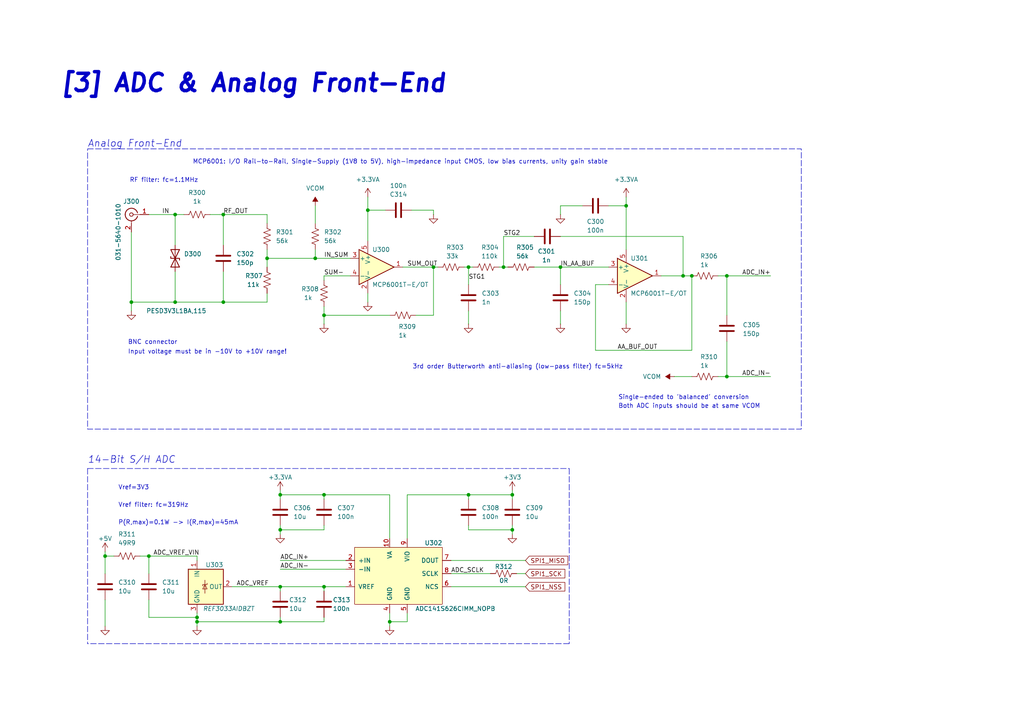
<source format=kicad_sch>
(kicad_sch (version 20250114) (generator "eeschema") (generator_version "9.0")
  (paper "A4")
  (title_block (title "ADC") (date "2025-02-21") (rev "-") (comment 1 "Josue Cavazos Jr."))
  (lib_symbols
    (symbol "+3.3VA_1" (power) (pin_numbers (hide yes)) (pin_names (offset 0) (hide yes))
      (property "Value" "+3.3VA" (at 0 3.556 0))
      (symbol "+3.3VA_1_0_1"
        (polyline (pts (xy -0.762 1.27) (xy 0 2.54)))
        (polyline (pts (xy 0 2.54) (xy 0.762 1.27)))
        (polyline (pts (xy 0 0) (xy 0 2.54)))
      )
      (symbol "+3.3VA_1_1_1"
        (pin power_in line (at 0 0 90) (length 0) (name "~") (number "1"))
      )
    )
    (symbol "Amplifier_Operational:MCP6001-OT" (pin_names (offset 0.127))
      (property "Reference" "U" (at -1.27 6.35 0))
      (property "Value" "MCP6001-OT" (at -1.27 3.81 0))
      (symbol "MCP6001-OT_0_1"
        (polyline (pts (xy -5.08 5.08) (xy 5.08 0) (xy -5.08 -5.08) (xy -5.08 5.08)) (stroke (width 0.254)) (fill (type background)))
        (pin power_in line (at -2.54 7.62 270) (length 3.81) (name "V+") (number "5"))
        (pin power_in line (at -2.54 -7.62 90) (length 3.81) (name "V-") (number "2"))
      )
      (symbol "MCP6001-OT_1_1"
        (pin input line (at -7.62 2.54 0) (length 2.54) (name "+") (number "3"))
        (pin input line (at -7.62 -2.54 0) (length 2.54) (name "-") (number "4"))
        (pin output line (at 7.62 0 180) (length 2.54) (name "~") (number "1"))
      )
    )
    (symbol "Connector:Conn_Coaxial" (pin_names (offset 1.016) (hide yes))
      (property "Reference" "J" (at 0.254 3.048 0))
      (property "Value" "Conn_Coaxial" (at 2.921 0 90))
      (symbol "Conn_Coaxial_0_1"
        (polyline (pts (xy -2.54 0) (xy -0.508 0)))
        (arc (start -1.778 0.508) (mid 0.222 1.8083) (end 1.778 0) (stroke (width 0.254)))
        (arc (start 1.778 0) (mid 0.222 -1.808) (end -1.778 -0.508) (stroke (width 0.254)))
        (circle (center 0 0) (radius 0.508) (stroke (width 0.2032)))
        (polyline (pts (xy 0 -2.54) (xy 0 -1.778)))
      )
      (symbol "Conn_Coaxial_1_1"
        (pin passive line (at -5.08 0 0) (length 2.54) (name "In") (number "1"))
        (pin passive line (at 0 -5.08 90) (length 2.54) (name "Ext") (number "2"))
      )
    )
    (symbol "Device:C" (pin_numbers (hide yes)) (pin_names (offset 0.254))
      (property "Reference" "C" (at 0.635 2.54 0))
      (property "Value" "C" (at 0.635 -2.54 0))
      (symbol "C_0_1"
        (polyline (pts (xy -2.032 0.762) (xy 2.032 0.762)) (stroke (width 0.508)))
        (polyline (pts (xy -2.032 -0.762) (xy 2.032 -0.762)) (stroke (width 0.508)))
      )
      (symbol "C_1_1"
        (pin passive line (at 0 3.81 270) (length 2.794) (name "~") (number "1"))
        (pin passive line (at 0 -3.81 90) (length 2.794) (name "~") (number "2"))
      )
    )
    (symbol "Device:D_TVS" (pin_numbers (hide yes)) (pin_names (offset 1.016) (hide yes))
      (property "Reference" "D" (at 0 2.54 0))
      (property "Value" "D_TVS" (at 0 -2.54 0))
      (symbol "D_TVS_0_1"
        (polyline (pts (xy -2.54 1.27) (xy -2.54 -1.27) (xy 2.54 1.27) (xy 2.54 -1.27) (xy -2.54 1.27)) (stroke (width 0.254)))
        (polyline (pts (xy 0.508 1.27) (xy 0 1.27) (xy 0 -1.27) (xy -0.508 -1.27)) (stroke (width 0.254)))
        (polyline (pts (xy 1.27 0) (xy -1.27 0)))
      )
      (symbol "D_TVS_1_1"
        (pin passive line (at -3.81 0 0) (length 2.54) (name "A1") (number "1"))
        (pin passive line (at 3.81 0 180) (length 2.54) (name "A2") (number "2"))
      )
    )
    (symbol "Device:R_US" (pin_numbers (hide yes)) (pin_names (offset 0))
      (property "Reference" "R" (at 2.54 0 90))
      (property "Value" "R_US" (at -2.54 0 90))
      (symbol "R_US_0_1"
        (polyline (pts (xy 0 2.286) (xy 0 2.54)))
        (polyline (pts (xy 0 2.286) (xy 1.016 1.905) (xy 0 1.524) (xy -1.016 1.143) (xy 0 0.762)))
        (polyline (pts (xy 0 0.762) (xy 1.016 0.381) (xy 0 0) (xy -1.016 -0.381) (xy 0 -0.762)))
        (polyline (pts (xy 0 -0.762) (xy 1.016 -1.143) (xy 0 -1.524) (xy -1.016 -1.905) (xy 0 -2.286)))
        (polyline (pts (xy 0 -2.286) (xy 0 -2.54)))
      )
      (symbol "R_US_1_1"
        (pin passive line (at 0 3.81 270) (length 1.27) (name "~") (number "1"))
        (pin passive line (at 0 -3.81 90) (length 1.27) (name "~") (number "2"))
      )
    )
    (symbol "GND_1" (power) (pin_numbers (hide yes)) (pin_names (offset 0) (hide yes))
      (property "Value" "GND" (at 0 -3.81 0))
      (symbol "GND_1_0_1"
        (polyline (pts (xy 0 0) (xy 0 -1.27) (xy 1.27 -1.27) (xy 0 -2.54) (xy -1.27 -1.27) (xy 0 -1.27)))
      )
      (symbol "GND_1_1_1"
        (pin power_in line (at 0 0 270) (length 0) (name "~") (number "1"))
      )
    )
    (symbol "PhilsLab-KiCad-Symbols:ADC141S626CIMM_NOPB" (pin_names (offset 1.016))
      (property "Reference" "U" (at 11.43 10.16 0))
      (property "Value" "PhilsLab-KiCad-Symbols_ADC141S626CIMM_NOPB" (at 16.51 -8.89 0))
      (symbol "ADC141S626CIMM_NOPB_0_0"
        (pin input line (at -15.24 5.08 0) (length 2.54) (name "+IN") (number "2"))
        (pin input line (at -15.24 2.54 0) (length 2.54) (name "-IN") (number "3"))
        (pin input line (at -15.24 -2.54 0) (length 2.54) (name "VREF") (number "1"))
        (pin power_in line (at -2.54 11.43 270) (length 2.54) (name "VA") (number "10"))
        (pin power_in line (at -2.54 -10.16 90) (length 2.54) (name "GND") (number "4"))
        (pin power_in line (at 2.54 11.43 270) (length 2.54) (name "VIO") (number "9"))
        (pin power_in line (at 2.54 -10.16 90) (length 2.54) (name "GND") (number "5"))
        (pin output line (at 15.24 5.08 180) (length 2.54) (name "DOUT") (number "7"))
        (pin input line (at 15.24 1.27 180) (length 2.54) (name "SCLK") (number "8"))
        (pin input line (at 15.24 -2.54 180) (length 2.54) (name "NCS") (number "6"))
      )
      (symbol "ADC141S626CIMM_NOPB_0_1"
        (rectangle (start -12.7 8.89) (end 12.7 -7.62) (fill (type background)))
      )
    )
    (symbol "Reference_Voltage:REF3033" (pin_names (offset 0.254))
      (property "Reference" "U" (at 0 6.35 0))
      (property "Value" "REF3033" (at 2.54 -6.35 0))
      (symbol "REF3033_0_1"
        (rectangle (start -5.08 5.08) (end 5.08 -5.08) (stroke (width 0.254)) (fill (type background)))
        (polyline (pts (xy -0.889 -0.635) (xy 0.381 -0.635) (xy -0.254 0.635) (xy -0.889 -0.635)))
        (polyline (pts (xy -0.254 1.905) (xy -0.254 -1.905)))
        (polyline (pts (xy 0.381 1.016) (xy 0.381 0.635) (xy -0.889 0.635) (xy -0.889 0.254)))
      )
      (symbol "REF3033_1_1"
        (pin power_in line (at -2.54 7.62 270) (length 2.54) (name "IN") (number "1"))
        (pin power_in line (at -2.54 -7.62 90) (length 2.54) (name "GND") (number "3"))
        (pin power_out line (at 7.62 0 180) (length 2.54) (name "OUT") (number "2"))
      )
    )
    (symbol "power:+3.3VA" (power) (pin_names (offset 0))
      (property "Value" "+3.3VA" (at 0 3.556 0))
      (symbol "+3.3VA_0_1"
        (polyline (pts (xy -0.762 1.27) (xy 0 2.54)))
        (polyline (pts (xy 0 2.54) (xy 0.762 1.27)))
        (polyline (pts (xy 0 0) (xy 0 2.54)))
      )
      (symbol "+3.3VA_1_1"
        (pin power_in line (at 0 0 90) (length 0) (hide yes) (name "+3.3VA") (number "1"))
      )
    )
    (symbol "power:+3V3" (power) (pin_names (offset 0))
      (property "Value" "+3V3" (at 0 3.556 0))
      (symbol "+3V3_0_1"
        (polyline (pts (xy -0.762 1.27) (xy 0 2.54)))
        (polyline (pts (xy 0 2.54) (xy 0.762 1.27)))
        (polyline (pts (xy 0 0) (xy 0 2.54)))
      )
      (symbol "+3V3_1_1"
        (pin power_in line (at 0 0 90) (length 0) (hide yes) (name "+3V3") (number "1"))
      )
    )
    (symbol "power:+5V" (power) (pin_names (offset 0))
      (property "Value" "+5V" (at 0 3.556 0))
      (symbol "+5V_0_1"
        (polyline (pts (xy -0.762 1.27) (xy 0 2.54)))
        (polyline (pts (xy 0 2.54) (xy 0.762 1.27)))
        (polyline (pts (xy 0 0) (xy 0 2.54)))
      )
      (symbol "+5V_1_1"
        (pin power_in line (at 0 0 90) (length 0) (hide yes) (name "+5V") (number "1"))
      )
    )
    (symbol "power:GND" (power) (pin_names (offset 0))
      (property "Value" "GND" (at 0 -3.81 0))
      (symbol "GND_0_1"
        (polyline (pts (xy 0 0) (xy 0 -1.27) (xy 1.27 -1.27) (xy 0 -2.54) (xy -1.27 -1.27) (xy 0 -1.27)))
      )
      (symbol "GND_1_1"
        (pin power_in line (at 0 0 270) (length 0) (hide yes) (name "GND") (number "1"))
      )
    )
    (symbol "power:VCOM" (power) (pin_numbers (hide yes)) (pin_names (offset 0) (hide yes))
      (property "Value" "VCOM" (at 0 3.556 0))
      (symbol "VCOM_0_1"
        (polyline (pts (xy 0 0) (xy 0 2.54)))
        (polyline (pts (xy 0.762 1.27) (xy -0.762 1.27) (xy 0 2.54) (xy 0.762 1.27)) (fill (type outline)))
      )
      (symbol "VCOM_1_1"
        (pin power_in line (at 0 0 90) (length 0) (name "~") (number "1"))
      )
    )
  )
  (rectangle (start 25.4 43.18) (end 232.41 124.46) (stroke (width 0) (type dash)))
  (text "[3] ADC & Analog Front-End" (at 17.272 27.178 0) (effects (font (size 5.0038 5.0038) (thickness 1.0008) (bold yes) (italic yes)) (justify left bottom)))
  (text "RF filter: fc=1.1MHz" (at 37.592 53.086 0) (effects (font (size 1.27 1.27)) (justify left bottom)))
  (text "MCP6001: I/O Rail-to-Rail, Single-Supply (1V8 to 5V), high-impedance input CMOS, low bias currents, unity gain stable" (at 55.88 47.752 0) (effects (font (size 1.27 1.27)) (justify left bottom)))
  (text "3rd order Butterworth anti-aliasing (low-pass filter) fc=5kHz" (at 119.634 107.188 0) (effects (font (size 1.27 1.27)) (justify left bottom)))
  (text "P(R,max)=0.1W -> I(R,max)=45mA" (at 34.29 152.4 0) (effects (font (size 1.27 1.27)) (justify left bottom)))
  (text "Input voltage must be in -10V to +10V range!" (at 37.084 102.87 0) (effects (font (size 1.27 1.27)) (justify left bottom)))
  (text "Vref=3V3" (at 34.29 142.24 0) (effects (font (size 1.27 1.27)) (justify left bottom)))
  (text "Single-ended to 'balanced' conversion" (at 179.324 116.078 0) (effects (font (size 1.27 1.27)) (justify left bottom)))
  (text "Analog Front-End" (at 25.4 42.926 0) (effects (font (size 2.0066 2.0066) (italic yes)) (justify left bottom)))
  (text "Both ADC inputs should be at same VCOM" (at 179.324 118.618 0) (effects (font (size 1.27 1.27)) (justify left bottom)))
  (text "BNC connector" (at 37.084 100.076 0) (effects (font (size 1.27 1.27)) (justify left bottom)))
  (text "Vref filter: fc=319Hz" (at 34.29 147.32 0) (effects (font (size 1.27 1.27)) (justify left bottom)))
  (text "14-Bit S/H ADC" (at 25.4 134.62 0) (effects (font (size 2.0066 2.0066) (italic yes)) (justify left bottom)))
  (junction (at 57.15 179.07))
  (junction (at 125.73 77.47))
  (junction (at 38.1 87.63))
  (junction (at 81.28 143.51))
  (junction (at 81.28 180.34))
  (junction (at 57.15 180.34))
  (junction (at 146.05 77.47))
  (junction (at 93.98 170.18))
  (junction (at 43.18 161.29))
  (junction (at 148.59 153.67))
  (junction (at 181.61 59.69))
  (junction (at 81.28 170.18))
  (junction (at 135.89 77.47))
  (junction (at 93.98 91.44))
  (junction (at 64.77 87.63))
  (junction (at 50.8 87.63))
  (junction (at 162.56 77.47))
  (junction (at 106.68 60.96))
  (junction (at 198.12 80.01))
  (junction (at 30.48 161.29))
  (junction (at 91.44 74.93))
  (junction (at 50.8 62.23))
  (junction (at 81.28 153.67))
  (junction (at 93.98 143.51))
  (junction (at 113.03 180.34))
  (junction (at 135.89 143.51))
  (junction (at 210.82 109.22))
  (junction (at 77.47 74.93))
  (junction (at 200.66 80.01))
  (junction (at 64.77 62.23))
  (junction (at 210.82 80.01))
  (junction (at 148.59 143.51))
  (wire (pts (xy 81.28 165.1) (xy 100.33 165.1)))
  (wire (pts (xy 38.1 67.31) (xy 38.1 87.63)))
  (wire (pts (xy 148.59 143.51) (xy 135.89 143.51)))
  (wire (pts (xy 135.89 77.47) (xy 137.16 77.47)))
  (wire (pts (xy 93.98 80.01) (xy 101.6 80.01)))
  (wire (pts (xy 200.66 80.01) (xy 198.12 80.01)))
  (wire (pts (xy 125.73 60.96) (xy 119.38 60.96)))
  (wire (pts (xy 134.62 77.47) (xy 135.89 77.47)))
  (wire (pts (xy 181.61 59.69) (xy 181.61 72.39)))
  (wire (pts (xy 81.28 154.94) (xy 81.28 153.67)))
  (wire (pts (xy 81.28 153.67) (xy 93.98 153.67)))
  (wire (pts (xy 93.98 144.78) (xy 93.98 143.51)))
  (wire (pts (xy 148.59 153.67) (xy 148.59 152.4)))
  (wire (pts (xy 91.44 59.69) (xy 91.44 64.77)))
  (wire (pts (xy 81.28 170.18) (xy 93.98 170.18)))
  (wire (pts (xy 38.1 87.63) (xy 50.8 87.63)))
  (wire (pts (xy 50.8 78.74) (xy 50.8 87.63)))
  (wire (pts (xy 100.33 162.56) (xy 81.28 162.56)))
  (wire (pts (xy 64.77 78.74) (xy 64.77 87.63)))
  (wire (pts (xy 43.18 161.29) (xy 57.15 161.29)))
  (wire (pts (xy 106.68 57.15) (xy 106.68 60.96)))
  (wire (pts (xy 93.98 81.28) (xy 93.98 80.01)))
  (wire (pts (xy 57.15 161.29) (xy 57.15 162.56)))
  (wire (pts (xy 148.59 144.78) (xy 148.59 143.51)))
  (wire (pts (xy 81.28 143.51) (xy 81.28 142.24)))
  (wire (pts (xy 148.59 153.67) (xy 135.89 153.67)))
  (wire (pts (xy 125.73 91.44) (xy 125.73 77.47)))
  (wire (pts (xy 135.89 144.78) (xy 135.89 143.51)))
  (wire (pts (xy 130.81 162.56) (xy 152.4 162.56)))
  (wire (pts (xy 125.73 62.23) (xy 125.73 60.96)))
  (wire (pts (xy 118.11 143.51) (xy 118.11 156.21)))
  (wire (pts (xy 30.48 160.02) (xy 30.48 161.29)))
  (wire (pts (xy 50.8 87.63) (xy 64.77 87.63)))
  (polyline (pts (xy 165.1 186.69) (xy 25.4 186.69)) (stroke (width 0) (type dash)))
  (wire (pts (xy 64.77 71.12) (xy 64.77 62.23)))
  (wire (pts (xy 77.47 72.39) (xy 77.47 74.93)))
  (wire (pts (xy 176.53 59.69) (xy 181.61 59.69)))
  (wire (pts (xy 43.18 179.07) (xy 57.15 179.07)))
  (wire (pts (xy 118.11 177.8) (xy 118.11 180.34)))
  (wire (pts (xy 57.15 180.34) (xy 57.15 181.61)))
  (wire (pts (xy 81.28 180.34) (xy 81.28 179.07)))
  (polyline (pts (xy 25.4 135.89) (xy 165.1 135.89)) (stroke (width 0) (type dash)))
  (wire (pts (xy 57.15 179.07) (xy 57.15 180.34)))
  (wire (pts (xy 200.66 101.6) (xy 200.66 80.01)))
  (wire (pts (xy 142.24 166.37) (xy 130.81 166.37)))
  (wire (pts (xy 146.05 77.47) (xy 147.32 77.47)))
  (wire (pts (xy 60.96 62.23) (xy 64.77 62.23)))
  (wire (pts (xy 162.56 77.47) (xy 176.53 77.47)))
  (wire (pts (xy 162.56 62.23) (xy 162.56 59.69)))
  (wire (pts (xy 113.03 177.8) (xy 113.03 180.34)))
  (wire (pts (xy 144.78 77.47) (xy 146.05 77.47)))
  (wire (pts (xy 77.47 74.93) (xy 91.44 74.93)))
  (wire (pts (xy 125.73 77.47) (xy 127 77.47)))
  (wire (pts (xy 135.89 90.17) (xy 135.89 93.98)))
  (wire (pts (xy 162.56 68.58) (xy 198.12 68.58)))
  (wire (pts (xy 91.44 74.93) (xy 101.6 74.93)))
  (wire (pts (xy 50.8 71.12) (xy 50.8 62.23)))
  (wire (pts (xy 43.18 166.37) (xy 43.18 161.29)))
  (wire (pts (xy 40.64 161.29) (xy 43.18 161.29)))
  (wire (pts (xy 81.28 153.67) (xy 81.28 152.4)))
  (wire (pts (xy 210.82 91.44) (xy 210.82 80.01)))
  (wire (pts (xy 198.12 68.58) (xy 198.12 80.01)))
  (wire (pts (xy 106.68 85.09) (xy 106.68 87.63)))
  (wire (pts (xy 30.48 166.37) (xy 30.48 161.29)))
  (wire (pts (xy 81.28 180.34) (xy 93.98 180.34)))
  (wire (pts (xy 81.28 144.78) (xy 81.28 143.51)))
  (wire (pts (xy 181.61 57.15) (xy 181.61 59.69)))
  (wire (pts (xy 116.84 77.47) (xy 125.73 77.47)))
  (wire (pts (xy 111.76 60.96) (xy 106.68 60.96)))
  (wire (pts (xy 135.89 143.51) (xy 118.11 143.51)))
  (wire (pts (xy 43.18 62.23) (xy 50.8 62.23)))
  (wire (pts (xy 210.82 80.01) (xy 208.28 80.01)))
  (wire (pts (xy 135.89 153.67) (xy 135.89 152.4)))
  (wire (pts (xy 113.03 180.34) (xy 118.11 180.34)))
  (wire (pts (xy 113.03 181.61) (xy 113.03 180.34)))
  (wire (pts (xy 81.28 180.34) (xy 57.15 180.34)))
  (wire (pts (xy 38.1 90.17) (xy 38.1 87.63)))
  (wire (pts (xy 162.56 77.47) (xy 162.56 82.55)))
  (wire (pts (xy 67.31 170.18) (xy 81.28 170.18)))
  (wire (pts (xy 64.77 62.23) (xy 77.47 62.23)))
  (wire (pts (xy 120.65 91.44) (xy 125.73 91.44)))
  (wire (pts (xy 146.05 68.58) (xy 146.05 77.47)))
  (wire (pts (xy 195.58 109.22) (xy 200.66 109.22)))
  (wire (pts (xy 93.98 170.18) (xy 100.33 170.18)))
  (wire (pts (xy 106.68 60.96) (xy 106.68 69.85)))
  (wire (pts (xy 93.98 153.67) (xy 93.98 152.4)))
  (wire (pts (xy 172.72 101.6) (xy 200.66 101.6)))
  (wire (pts (xy 91.44 72.39) (xy 91.44 74.93)))
  (wire (pts (xy 93.98 180.34) (xy 93.98 179.07)))
  (wire (pts (xy 93.98 91.44) (xy 113.03 91.44)))
  (wire (pts (xy 210.82 80.01) (xy 223.52 80.01)))
  (wire (pts (xy 181.61 87.63) (xy 181.61 93.98)))
  (wire (pts (xy 64.77 87.63) (xy 77.47 87.63)))
  (wire (pts (xy 93.98 143.51) (xy 113.03 143.51)))
  (wire (pts (xy 152.4 166.37) (xy 149.86 166.37)))
  (wire (pts (xy 50.8 62.23) (xy 53.34 62.23)))
  (wire (pts (xy 154.94 68.58) (xy 146.05 68.58)))
  (wire (pts (xy 81.28 143.51) (xy 93.98 143.51)))
  (wire (pts (xy 93.98 171.45) (xy 93.98 170.18)))
  (wire (pts (xy 30.48 181.61) (xy 30.48 173.99)))
  (wire (pts (xy 81.28 171.45) (xy 81.28 170.18)))
  (wire (pts (xy 172.72 82.55) (xy 172.72 101.6)))
  (wire (pts (xy 210.82 99.06) (xy 210.82 109.22)))
  (wire (pts (xy 77.47 85.09) (xy 77.47 87.63)))
  (wire (pts (xy 43.18 173.99) (xy 43.18 179.07)))
  (wire (pts (xy 154.94 77.47) (xy 162.56 77.47)))
  (wire (pts (xy 135.89 77.47) (xy 135.89 82.55)))
  (wire (pts (xy 130.81 170.18) (xy 152.4 170.18)))
  (wire (pts (xy 208.28 109.22) (xy 210.82 109.22)))
  (polyline (pts (xy 165.1 135.89) (xy 165.1 186.69)) (stroke (width 0) (type dash)))
  (wire (pts (xy 93.98 88.9) (xy 93.98 91.44)))
  (wire (pts (xy 77.47 74.93) (xy 77.47 77.47)))
  (wire (pts (xy 30.48 161.29) (xy 33.02 161.29)))
  (wire (pts (xy 148.59 142.24) (xy 148.59 143.51)))
  (polyline (pts (xy 25.4 135.89) (xy 25.4 186.69)) (stroke (width 0) (type dash)))
  (wire (pts (xy 113.03 143.51) (xy 113.03 156.21)))
  (wire (pts (xy 77.47 62.23) (xy 77.47 64.77)))
  (wire (pts (xy 162.56 90.17) (xy 162.56 93.98)))
  (wire (pts (xy 210.82 109.22) (xy 223.52 109.22)))
  (wire (pts (xy 162.56 59.69) (xy 168.91 59.69)))
  (wire (pts (xy 148.59 154.94) (xy 148.59 153.67)))
  (wire (pts (xy 198.12 80.01) (xy 191.77 80.01)))
  (wire (pts (xy 172.72 82.55) (xy 176.53 82.55)))
  (wire (pts (xy 93.98 91.44) (xy 93.98 93.98)))
  (wire (pts (xy 57.15 177.8) (xy 57.15 179.07)))
  (label "SUM-" (at 93.98 80.01 0))
  (label "IN_SUM" (at 93.98 74.93 0))
  (label "ADC_VREF" (at 68.58 170.18 0))
  (label "ADC_IN+" (at 81.28 162.56 0))
  (label "STG1" (at 135.89 81.28 0))
  (label "AA_BUF_OUT" (at 179.07 101.6 0))
  (label "IN_AA_BUF" (at 162.56 77.47 0))
  (label "SUM_OUT" (at 118.11 77.47 0))
  (label "ADC_IN-" (at 81.28 165.1 0))
  (label "RF_OUT" (at 64.77 62.23 0))
  (label "ADC_VREF_VIN" (at 44.45 161.29 0))
  (label "ADC_SCLK" (at 130.81 166.37 0))
  (label "IN" (at 46.99 62.23 0))
  (label "STG2" (at 146.05 68.58 0))
  (label "ADC_IN-" (at 223.52 109.22 180))
  (label "ADC_IN+" (at 223.52 80.01 180))
  (global_label "SPI1_SCK" (shape input) (at 152.4 166.37 0) (property "Intersheetrefs" "${INTERSHEET_REFS}" (effects (hide yes))))
  (global_label "SPI1_NSS" (shape input) (at 152.4 170.18 0) (property "Intersheetrefs" "${INTERSHEET_REFS}" (effects (hide yes))))
  (global_label "SPI1_MISO" (shape input) (at 152.4 162.56 0) (property "Intersheetrefs" "${INTERSHEET_REFS}" (effects (hide yes))))
  (symbol (lib_id "PhilsLab-KiCad-Symbols:ADC141S626CIMM_NOPB") (at 115.57 167.64 0) (unit 1)
    (property "Reference" "U302" (at 125.73 157.48 0))
    (property "Value" "ADC141S626CIMM_NOPB" (at 132.08 176.53 0))
    (property "Footprint" "ADC:SOP50P490X110-10N" (effects (hide yes)))
  )
  (symbol (lib_id "power:+3V3") (at 148.59 142.24 0) (unit 1)
    (property "Reference" "#PWR0312" (effects (hide yes)))
    (property "Value" "+3V3" (at 148.59 138.43 0))
  )
  (symbol (lib_id "Device:C") (at 135.89 148.59 0) (unit 1)
    (property "Reference" "C308" (at 139.7 147.32 0) (effects (justify left)))
    (property "Value" "100n" (at 139.7 149.86 0) (effects (justify left)))
    (property "Footprint" "Capacitor_SMD:C_0603_1608Metric_Pad1.08x0.95mm_HandSolder" (effects (hide yes)))
  )
  (symbol (lib_id "power:GND") (at 113.03 181.61 0) (unit 1)
    (property "Reference" "#PWR0318" (effects (hide yes)))
    (property "Value" "GND" (effects (hide yes)))
  )
  (symbol (lib_id "Device:C") (at 148.59 148.59 0) (unit 1)
    (property "Reference" "C309" (at 152.4 147.32 0) (effects (justify left)))
    (property "Value" "10u" (at 152.4 149.86 0) (effects (justify left)))
    (property "Footprint" "Capacitor_SMD:C_0603_1608Metric_Pad1.08x0.95mm_HandSolder" (effects (hide yes)))
  )
  (symbol (lib_id "power:GND") (at 148.59 154.94 0) (unit 1)
    (property "Reference" "#PWR0314" (effects (hide yes)))
    (property "Value" "GND" (effects (hide yes)))
  )
  (symbol (lib_id "Device:C") (at 93.98 148.59 0) (unit 1)
    (property "Reference" "C307" (at 97.79 147.32 0) (effects (justify left)))
    (property "Value" "100n" (at 97.79 149.86 0) (effects (justify left)))
    (property "Footprint" "Capacitor_SMD:C_0603_1608Metric_Pad1.08x0.95mm_HandSolder" (effects (hide yes)))
  )
  (symbol (lib_id "Device:C") (at 81.28 148.59 0) (unit 1)
    (property "Reference" "C306" (at 85.09 147.32 0) (effects (justify left)))
    (property "Value" "10u" (at 85.09 149.86 0) (effects (justify left)))
    (property "Footprint" "Capacitor_SMD:C_0603_1608Metric_Pad1.08x0.95mm_HandSolder" (effects (hide yes)))
  )
  (symbol (lib_id "power:GND") (at 81.28 154.94 0) (unit 1)
    (property "Reference" "#PWR0313" (effects (hide yes)))
    (property "Value" "GND" (effects (hide yes)))
  )
  (symbol (lib_id "Device:C") (at 93.98 175.26 0) (unit 1)
    (property "Reference" "C313" (at 96.52 173.99 0) (effects (justify left)))
    (property "Value" "100n" (at 96.52 176.53 0) (effects (justify left)))
    (property "Footprint" "Capacitor_SMD:C_0603_1608Metric_Pad1.08x0.95mm_HandSolder" (effects (hide yes)))
  )
  (symbol (lib_id "Device:C") (at 81.28 175.26 0) (unit 1)
    (property "Reference" "C312" (at 83.82 173.99 0) (effects (justify left)))
    (property "Value" "10u" (at 83.82 176.53 0) (effects (justify left)))
    (property "Footprint" "Capacitor_SMD:C_0603_1608Metric_Pad1.08x0.95mm_HandSolder" (effects (hide yes)))
  )
  (symbol (lib_id "power:GND") (at 57.15 181.61 0) (unit 1)
    (property "Reference" "#PWR0317" (effects (hide yes)))
    (property "Value" "GND" (effects (hide yes)))
  )
  (symbol (lib_id "Reference_Voltage:REF3033") (at 59.69 170.18 0) (unit 1)
    (property "Reference" "U303" (at 64.77 163.83 0) (effects (justify right)))
    (property "Value" "REF3033AIDBZT" (at 73.66 176.53 0) (effects (font (italic yes)) (justify right)))
    (property "Footprint" "Package_TO_SOT_SMD:SOT-23" (effects (hide yes)))
    (property "Datasheet" "http://www.ti.com/lit/ds/symlink/ref3033.pdf" (effects (hide yes)))
  )
  (symbol (lib_id "Device:C") (at 43.18 170.18 0) (unit 1)
    (property "Reference" "C311" (at 46.99 168.91 0) (effects (justify left)))
    (property "Value" "10u" (at 46.99 171.45 0) (effects (justify left)))
    (property "Footprint" "Capacitor_SMD:C_0603_1608Metric_Pad1.08x0.95mm_HandSolder" (effects (hide yes)))
  )
  (symbol (lib_id "Device:C") (at 30.48 170.18 0) (unit 1)
    (property "Reference" "C310" (at 34.29 168.91 0) (effects (justify left)))
    (property "Value" "10u" (at 34.29 171.45 0) (effects (justify left)))
    (property "Footprint" "Capacitor_SMD:C_0603_1608Metric_Pad1.08x0.95mm_HandSolder" (effects (hide yes)))
  )
  (symbol (lib_id "power:GND") (at 30.48 181.61 0) (unit 1)
    (property "Reference" "#PWR0316" (effects (hide yes)))
    (property "Value" "GND" (effects (hide yes)))
  )
  (symbol (lib_id "power:+5V") (at 30.48 160.02 0) (unit 1)
    (property "Reference" "#PWR0315" (effects (hide yes)))
    (property "Value" "+5V" (at 30.48 156.21 0))
  )
  (symbol (lib_id "power:+3.3VA") (at 81.28 142.24 0) (unit 1)
    (property "Reference" "#PWR0311" (effects (hide yes)))
    (property "Value" "+3.3VA" (at 81.28 138.43 0))
  )
  (symbol (lib_id "Device:R_US") (at 151.13 77.47 270) (unit 1)
    (property "Reference" "R305" (at 149.733 71.755 90) (effects (justify left)))
    (property "Value" "56k" (at 149.733 74.295 90) (effects (justify left)))
    (property "Footprint" "Resistor_SMD:R_0603_1608Metric_Pad0.98x0.95mm_HandSolder" (effects (hide yes)))
    (property "Description" "Resistor, US symbol" (effects (hide yes)))
  )
  (symbol (lib_name "GND_1") (lib_id "power:GND") (at 93.98 93.98 0) (unit 1)
    (property "Reference" "#PWR0306" (effects (hide yes)))
    (property "Value" "GND" (effects (hide yes)))
    (property "Description" "Power symbol creates a global label with name \"GND\" , ground" (effects (hide yes)))
  )
  (symbol (lib_name "GND_1") (lib_id "power:GND") (at 162.56 93.98 0) (unit 1)
    (property "Reference" "#PWR0308" (effects (hide yes)))
    (property "Value" "GND" (effects (hide yes)))
    (property "Description" "Power symbol creates a global label with name \"GND\" , ground" (effects (hide yes)))
  )
  (symbol (lib_id "Device:R_US") (at 140.97 77.47 270) (unit 1)
    (property "Reference" "R304" (at 139.573 71.755 90) (effects (justify left)))
    (property "Value" "110k" (at 139.573 74.295 90) (effects (justify left)))
    (property "Footprint" "Resistor_SMD:R_0603_1608Metric_Pad0.98x0.95mm_HandSolder" (effects (hide yes)))
    (property "Description" "Resistor, US symbol" (effects (hide yes)))
  )
  (symbol (lib_id "Device:R_US") (at 204.47 80.01 270) (unit 1)
    (property "Reference" "R306" (at 203.073 74.295 90) (effects (justify left)))
    (property "Value" "1k" (at 203.073 76.835 90) (effects (justify left)))
    (property "Footprint" "Resistor_SMD:R_0603_1608Metric_Pad0.98x0.95mm_HandSolder" (effects (hide yes)))
    (property "Description" "Resistor, US symbol" (effects (hide yes)))
  )
  (symbol (lib_name "GND_1") (lib_id "power:GND") (at 181.61 93.98 0) (unit 1)
    (property "Reference" "#PWR0309" (effects (hide yes)))
    (property "Value" "GND" (effects (hide yes)))
    (property "Description" "Power symbol creates a global label with name \"GND\" , ground" (effects (hide yes)))
  )
  (symbol (lib_id "Device:R_US") (at 93.98 85.09 0) (unit 1)
    (property "Reference" "R308" (at 87.376 83.82 0) (effects (justify left)))
    (property "Value" "1k" (at 88.138 86.36 0) (effects (justify left)))
    (property "Footprint" "Resistor_SMD:R_0603_1608Metric_Pad0.98x0.95mm_HandSolder" (effects (hide yes)))
    (property "Description" "Resistor, US symbol" (effects (hide yes)))
  )
  (symbol (lib_id "Device:C") (at 210.82 95.25 0) (unit 1)
    (property "Reference" "C305" (at 215.392 94.234 0) (effects (justify left)))
    (property "Value" "150p" (at 215.392 96.774 0) (effects (justify left)))
    (property "Footprint" "Capacitor_SMD:C_0402_1005Metric_Pad0.74x0.62mm_HandSolder" (effects (hide yes)))
    (property "Description" "Unpolarized capacitor" (effects (hide yes)))
  )
  (symbol (lib_id "Device:C") (at 162.56 86.36 0) (unit 1)
    (property "Reference" "C304" (at 166.37 85.0899 0) (effects (justify left)))
    (property "Value" "150p" (at 166.37 87.6299 0) (effects (justify left)))
    (property "Footprint" "Capacitor_SMD:C_0402_1005Metric_Pad0.74x0.62mm_HandSolder" (effects (hide yes)))
    (property "Description" "Unpolarized capacitor" (effects (hide yes)))
  )
  (symbol (lib_name "GND_1") (lib_id "power:GND") (at 125.73 62.23 0) (unit 1)
    (property "Reference" "#PWR0319" (effects (hide yes)))
    (property "Value" "GND" (effects (hide yes)))
    (property "Description" "Power symbol creates a global label with name \"GND\" , ground" (effects (hide yes)))
  )
  (symbol (lib_id "Device:R_US") (at 91.44 68.58 0) (unit 1)
    (property "Reference" "R302" (at 93.98 67.3099 0) (effects (justify left)))
    (property "Value" "56k" (at 93.98 69.8499 0) (effects (justify left)))
    (property "Footprint" "Resistor_SMD:R_0603_1608Metric_Pad0.98x0.95mm_HandSolder" (effects (hide yes)))
    (property "Description" "Resistor, US symbol" (effects (hide yes)))
  )
  (symbol (lib_id "power:VCOM") (at 91.44 59.69 0) (unit 1)
    (property "Reference" "#PWR0302" (effects (hide yes)))
    (property "Value" "VCOM" (at 91.44 54.61 0))
    (property "Description" "Power symbol creates a global label with name \"VCOM\"" (effects (hide yes)))
  )
  (symbol (lib_id "Device:C") (at 115.57 60.96 90) (unit 1)
    (property "Reference" "C314" (at 115.57 56.388 90))
    (property "Value" "100n" (at 115.57 53.848 90))
    (property "Footprint" "Capacitor_SMD:C_0603_1608Metric_Pad1.08x0.95mm_HandSolder" (effects (hide yes)))
    (property "Description" "Unpolarized capacitor" (effects (hide yes)))
  )
  (symbol (lib_id "Device:R_US") (at 116.84 91.44 270) (unit 1)
    (property "Reference" "R309" (at 115.57 94.742 90) (effects (justify left)))
    (property "Value" "1k" (at 115.57 97.282 90) (effects (justify left)))
    (property "Footprint" "Resistor_SMD:R_0603_1608Metric_Pad0.98x0.95mm_HandSolder" (effects (hide yes)))
    (property "Description" "Resistor, US symbol" (effects (hide yes)))
  )
  (symbol (lib_id "Device:C") (at 158.75 68.58 90) (unit 1)
    (property "Reference" "C301" (at 158.496 72.898 90))
    (property "Value" "1n" (at 158.496 75.438 90))
    (property "Footprint" "Capacitor_SMD:C_0402_1005Metric_Pad0.74x0.62mm_HandSolder" (effects (hide yes)))
    (property "Description" "Unpolarized capacitor" (effects (hide yes)))
  )
  (symbol (lib_name "GND_1") (lib_id "power:GND") (at 106.68 87.63 0) (unit 1)
    (property "Reference" "#PWR0304" (effects (hide yes)))
    (property "Value" "GND" (effects (hide yes)))
    (property "Description" "Power symbol creates a global label with name \"GND\" , ground" (effects (hide yes)))
  )
  (symbol (lib_id "Device:R_US") (at 77.47 81.28 0) (unit 1)
    (property "Reference" "R307" (at 71.12 80.01 0) (effects (justify left)))
    (property "Value" "11k" (at 71.628 82.55 0) (effects (justify left)))
    (property "Footprint" "Resistor_SMD:R_0603_1608Metric_Pad0.98x0.95mm_HandSolder" (effects (hide yes)))
    (property "Description" "Resistor, US symbol" (effects (hide yes)))
  )
  (symbol (lib_id "Device:D_TVS") (at 50.8 74.93 270) (unit 1)
    (property "Reference" "D300" (at 53.34 73.66 90) (effects (justify left)))
    (property "Value" "PESD3V3L1BA,115" (at 42.418 90.17 90) (effects (justify left)))
    (property "Footprint" "Diode_SMD:D_SOD-323" (effects (hide yes)))
  )
  (symbol (lib_id "Device:R_US") (at 146.05 166.37 270) (unit 1)
    (property "Reference" "R312" (at 143.51 164.338 90) (effects (justify left)))
    (property "Value" "0R" (at 144.78 168.402 90) (effects (justify left)))
    (property "Footprint" "Resistor_SMD:R_0603_1608Metric_Pad0.98x0.95mm_HandSolder" (effects (hide yes)))
    (property "Description" "Resistor, US symbol" (effects (hide yes)))
  )
  (symbol (lib_id "Device:C") (at 64.77 74.93 0) (unit 1)
    (property "Reference" "C302" (at 68.58 73.6599 0) (effects (justify left)))
    (property "Value" "150p" (at 68.58 76.1999 0) (effects (justify left)))
    (property "Footprint" "Capacitor_SMD:C_0402_1005Metric_Pad0.74x0.62mm_HandSolder" (effects (hide yes)))
    (property "Description" "Unpolarized capacitor" (effects (hide yes)))
  )
  (symbol (lib_id "Device:R_US") (at 204.47 109.22 270) (unit 1)
    (property "Reference" "R310" (at 203.073 103.505 90) (effects (justify left)))
    (property "Value" "1k" (at 203.073 106.045 90) (effects (justify left)))
    (property "Footprint" "Resistor_SMD:R_0603_1608Metric_Pad0.98x0.95mm_HandSolder" (effects (hide yes)))
    (property "Description" "Resistor, US symbol" (effects (hide yes)))
  )
  (symbol (lib_id "Amplifier_Operational:MCP6001-OT") (at 109.22 77.47 0) (unit 1)
    (property "Reference" "U300" (at 107.95 72.39 0) (effects (justify left)))
    (property "Value" "MCP6001T-E/OT" (at 107.95 82.55 0) (effects (justify left)))
    (property "Footprint" "Package_TO_SOT_SMD:SOT-23-5" (effects (hide yes)))
    (property "Datasheet" "http://ww1.microchip.com/downloads/en/DeviceDoc/21733j.pdf" (effects (hide yes)))
  )
  (symbol (lib_name "+3.3VA_1") (lib_id "power:+3.3VA") (at 181.61 57.15 0) (unit 1)
    (property "Reference" "#PWR0301" (effects (hide yes)))
    (property "Value" "+3.3VA" (at 181.61 52.07 0))
    (property "Description" "Power symbol creates a global label with name \"+3.3VA\"" (effects (hide yes)))
  )
  (symbol (lib_id "Device:R_US") (at 77.47 68.58 0) (unit 1)
    (property "Reference" "R301" (at 80.01 67.3099 0) (effects (justify left)))
    (property "Value" "56k" (at 80.01 69.8499 0) (effects (justify left)))
    (property "Footprint" "Resistor_SMD:R_0603_1608Metric_Pad0.98x0.95mm_HandSolder" (effects (hide yes)))
    (property "Description" "Resistor, US symbol" (effects (hide yes)))
  )
  (symbol (lib_name "GND_1") (lib_id "power:GND") (at 162.56 62.23 0) (unit 1)
    (property "Reference" "#PWR0303" (effects (hide yes)))
    (property "Value" "GND" (effects (hide yes)))
    (property "Description" "Power symbol creates a global label with name \"GND\" , ground" (effects (hide yes)))
  )
  (symbol (lib_id "Device:C") (at 172.72 59.69 270) (unit 1)
    (property "Reference" "C300" (at 172.72 64.262 90))
    (property "Value" "100n" (at 172.72 66.802 90))
    (property "Footprint" "Capacitor_SMD:C_0603_1608Metric_Pad1.08x0.95mm_HandSolder" (effects (hide yes)))
    (property "Description" "Unpolarized capacitor" (effects (hide yes)))
  )
  (symbol (lib_id "Connector:Conn_Coaxial") (at 38.1 62.23 0) (mirror y) (unit 1)
    (property "Reference" "J300" (at 38.1 58.42 0))
    (property "Value" "031-5640-1010" (at 34.29 67.31 90))
    (property "Footprint" "BNC:CONN_73138-5033_MOL" (effects (hide yes)))
  )
  (symbol (lib_id "Device:R_US") (at 57.15 62.23 90) (unit 1)
    (property "Reference" "R300" (at 57.15 55.88 90))
    (property "Value" "1k" (at 57.15 58.42 90))
    (property "Footprint" "Resistor_SMD:R_0603_1608Metric_Pad0.98x0.95mm_HandSolder" (effects (hide yes)))
    (property "Description" "Resistor, US symbol" (effects (hide yes)))
  )
  (symbol (lib_name "GND_1") (lib_id "power:GND") (at 135.89 93.98 0) (unit 1)
    (property "Reference" "#PWR0307" (effects (hide yes)))
    (property "Value" "GND" (effects (hide yes)))
    (property "Description" "Power symbol creates a global label with name \"GND\" , ground" (effects (hide yes)))
  )
  (symbol (lib_id "Device:C") (at 135.89 86.36 0) (unit 1)
    (property "Reference" "C303" (at 139.7 85.0899 0) (effects (justify left)))
    (property "Value" "1n" (at 139.7 87.6299 0) (effects (justify left)))
    (property "Footprint" "Capacitor_SMD:C_0402_1005Metric_Pad0.74x0.62mm_HandSolder" (effects (hide yes)))
    (property "Description" "Unpolarized capacitor" (effects (hide yes)))
  )
  (symbol (lib_name "GND_1") (lib_id "power:GND") (at 38.1 90.17 0) (unit 1)
    (property "Reference" "#PWR0305" (effects (hide yes)))
    (property "Value" "GND" (effects (hide yes)))
    (property "Description" "Power symbol creates a global label with name \"GND\" , ground" (effects (hide yes)))
  )
  (symbol (lib_id "Device:R_US") (at 36.83 161.29 90) (unit 1)
    (property "Reference" "R311" (at 36.83 154.94 90))
    (property "Value" "49R9" (at 36.83 157.48 90))
    (property "Footprint" "Resistor_SMD:R_0603_1608Metric_Pad0.98x0.95mm_HandSolder" (effects (hide yes)))
    (property "Description" "Resistor, US symbol" (effects (hide yes)))
  )
  (symbol (lib_id "Device:R_US") (at 130.81 77.47 270) (unit 1)
    (property "Reference" "R303" (at 129.413 71.755 90) (effects (justify left)))
    (property "Value" "33k" (at 129.413 74.295 90) (effects (justify left)))
    (property "Footprint" "Resistor_SMD:R_0603_1608Metric_Pad0.98x0.95mm_HandSolder" (effects (hide yes)))
    (property "Description" "Resistor, US symbol" (effects (hide yes)))
  )
  (symbol (lib_id "Amplifier_Operational:MCP6001-OT") (at 184.15 80.01 0) (unit 1)
    (property "Reference" "U301" (at 182.88 74.93 0) (effects (justify left)))
    (property "Value" "MCP6001T-E/OT" (at 182.88 85.09 0) (effects (justify left)))
    (property "Footprint" "Package_TO_SOT_SMD:SOT-23-5" (effects (hide yes)))
    (property "Datasheet" "http://ww1.microchip.com/downloads/en/DeviceDoc/21733j.pdf" (effects (hide yes)))
  )
  (symbol (lib_name "+3.3VA_1") (lib_id "power:+3.3VA") (at 106.68 57.15 0) (unit 1)
    (property "Reference" "#PWR0300" (effects (hide yes)))
    (property "Value" "+3.3VA" (at 106.68 52.07 0))
    (property "Description" "Power symbol creates a global label with name \"+3.3VA\"" (effects (hide yes)))
  )
  (symbol (lib_id "power:VCOM") (at 195.58 109.22 90) (unit 1)
    (property "Reference" "#PWR0310" (effects (hide yes)))
    (property "Value" "VCOM" (at 191.77 109.2199 90) (effects (justify left)))
    (property "Description" "Power symbol creates a global label with name \"VCOM\"" (effects (hide yes)))
  )
)
</source>
